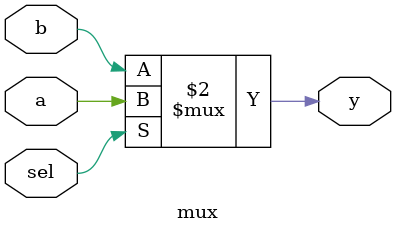
<source format=v>
module mux (
    input   a, b, 
    input   sel,
    output  reg y
);

always @(*) begin
    y <= (sel) ? a : b;
end
    
endmodule
</source>
